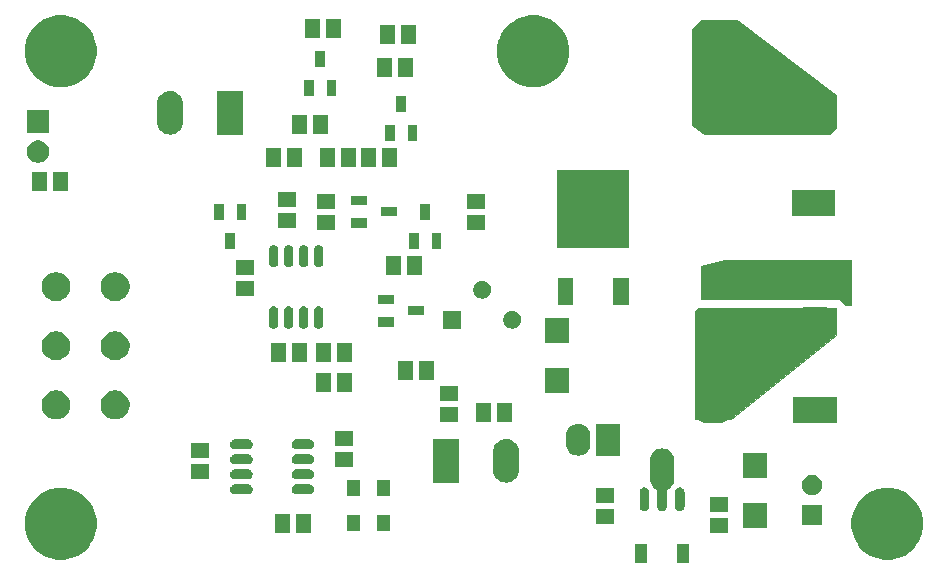
<source format=gbr>
%TF.GenerationSoftware,KiCad,Pcbnew,(6.0.0-rc1-dev-882-gdbc9130da)*%
%TF.CreationDate,2019-10-11T13:43:29+08:00*%
%TF.ProjectId,SoftDimmableLamp,536F667444696D6D61626C654C616D70,rev?*%
%TF.SameCoordinates,Original*%
%TF.FileFunction,Soldermask,Top*%
%TF.FilePolarity,Negative*%
%FSLAX46Y46*%
G04 Gerber Fmt 4.6, Leading zero omitted, Abs format (unit mm)*
G04 Created by KiCad (PCBNEW (6.0.0-rc1-dev-882-gdbc9130da)) date 2019/10/11 13:43:29*
%MOMM*%
%LPD*%
G01*
G04 APERTURE LIST*
%ADD10C,0.100000*%
%ADD11C,0.350000*%
G04 APERTURE END LIST*
D10*
G36*
X109220000Y-75946000D02*
X120904000Y-75946000D01*
X121412000Y-76454000D01*
X121920000Y-76454000D01*
X121920000Y-72644000D01*
X111252000Y-72644000D01*
X109220000Y-73152000D01*
X109220000Y-75946000D01*
G37*
X109220000Y-75946000D02*
X120904000Y-75946000D01*
X121412000Y-76454000D01*
X121920000Y-76454000D01*
X121920000Y-72644000D01*
X111252000Y-72644000D01*
X109220000Y-73152000D01*
X109220000Y-75946000D01*
G36*
X108458000Y-53086000D02*
X109220000Y-52324000D01*
X112268000Y-52324000D01*
X120650000Y-58674000D01*
X120650000Y-61468000D01*
X120142000Y-61976000D01*
X109474000Y-61976000D01*
X108458000Y-61214000D01*
X108458000Y-53086000D01*
G37*
X108458000Y-53086000D02*
X109220000Y-52324000D01*
X112268000Y-52324000D01*
X120650000Y-58674000D01*
X120650000Y-61468000D01*
X120142000Y-61976000D01*
X109474000Y-61976000D01*
X108458000Y-61214000D01*
X108458000Y-53086000D01*
G36*
X108712000Y-76962000D02*
X108712000Y-86106000D01*
X111760000Y-86106000D01*
X120650000Y-78994000D01*
X120650000Y-76708000D01*
X108966000Y-76708000D01*
X108712000Y-76962000D01*
G37*
X108712000Y-76962000D02*
X108712000Y-86106000D01*
X111760000Y-86106000D01*
X120650000Y-78994000D01*
X120650000Y-76708000D01*
X108966000Y-76708000D01*
X108712000Y-76962000D01*
D11*
G36*
X108169000Y-98337000D02*
X107167000Y-98337000D01*
X107167000Y-96735000D01*
X108169000Y-96735000D01*
X108169000Y-98337000D01*
X108169000Y-98337000D01*
G37*
G36*
X104669000Y-98337000D02*
X103667000Y-98337000D01*
X103667000Y-96735000D01*
X104669000Y-96735000D01*
X104669000Y-98337000D01*
X104669000Y-98337000D01*
G37*
G36*
X55889941Y-92066248D02*
X55889943Y-92066249D01*
X55889944Y-92066249D01*
X56445190Y-92296239D01*
X56740334Y-92493448D01*
X56944902Y-92630136D01*
X57369864Y-93055098D01*
X57369866Y-93055101D01*
X57703761Y-93554810D01*
X57845197Y-93896268D01*
X57933752Y-94110059D01*
X58051000Y-94699501D01*
X58051000Y-95300499D01*
X57944246Y-95837186D01*
X57933751Y-95889944D01*
X57703761Y-96445190D01*
X57608892Y-96587171D01*
X57369864Y-96944902D01*
X56944902Y-97369864D01*
X56944899Y-97369866D01*
X56445190Y-97703761D01*
X55889944Y-97933751D01*
X55889943Y-97933751D01*
X55889941Y-97933752D01*
X55300499Y-98051000D01*
X54699501Y-98051000D01*
X54110059Y-97933752D01*
X54110057Y-97933751D01*
X54110056Y-97933751D01*
X53554810Y-97703761D01*
X53055101Y-97369866D01*
X53055098Y-97369864D01*
X52630136Y-96944902D01*
X52391108Y-96587171D01*
X52296239Y-96445190D01*
X52066249Y-95889944D01*
X52055755Y-95837186D01*
X51949000Y-95300499D01*
X51949000Y-94699501D01*
X52066248Y-94110059D01*
X52154803Y-93896268D01*
X52296239Y-93554810D01*
X52630134Y-93055101D01*
X52630136Y-93055098D01*
X53055098Y-92630136D01*
X53259666Y-92493448D01*
X53554810Y-92296239D01*
X54110056Y-92066249D01*
X54110057Y-92066249D01*
X54110059Y-92066248D01*
X54699501Y-91949000D01*
X55300499Y-91949000D01*
X55889941Y-92066248D01*
X55889941Y-92066248D01*
G37*
G36*
X125889941Y-92066248D02*
X125889943Y-92066249D01*
X125889944Y-92066249D01*
X126445190Y-92296239D01*
X126740334Y-92493448D01*
X126944902Y-92630136D01*
X127369864Y-93055098D01*
X127369866Y-93055101D01*
X127703761Y-93554810D01*
X127845197Y-93896268D01*
X127933752Y-94110059D01*
X128051000Y-94699501D01*
X128051000Y-95300499D01*
X127944246Y-95837186D01*
X127933751Y-95889944D01*
X127703761Y-96445190D01*
X127608892Y-96587171D01*
X127369864Y-96944902D01*
X126944902Y-97369864D01*
X126944899Y-97369866D01*
X126445190Y-97703761D01*
X125889944Y-97933751D01*
X125889943Y-97933751D01*
X125889941Y-97933752D01*
X125300499Y-98051000D01*
X124699501Y-98051000D01*
X124110059Y-97933752D01*
X124110057Y-97933751D01*
X124110056Y-97933751D01*
X123554810Y-97703761D01*
X123055101Y-97369866D01*
X123055098Y-97369864D01*
X122630136Y-96944902D01*
X122391108Y-96587171D01*
X122296239Y-96445190D01*
X122066249Y-95889944D01*
X122055755Y-95837186D01*
X121949000Y-95300499D01*
X121949000Y-94699501D01*
X122066248Y-94110059D01*
X122154803Y-93896268D01*
X122296239Y-93554810D01*
X122630134Y-93055101D01*
X122630136Y-93055098D01*
X123055098Y-92630136D01*
X123259666Y-92493448D01*
X123554810Y-92296239D01*
X124110056Y-92066249D01*
X124110057Y-92066249D01*
X124110059Y-92066248D01*
X124699501Y-91949000D01*
X125300499Y-91949000D01*
X125889941Y-92066248D01*
X125889941Y-92066248D01*
G37*
G36*
X76197000Y-95782000D02*
X74935000Y-95782000D01*
X74935000Y-94210000D01*
X76197000Y-94210000D01*
X76197000Y-95782000D01*
X76197000Y-95782000D01*
G37*
G36*
X74417000Y-95782000D02*
X73155000Y-95782000D01*
X73155000Y-94210000D01*
X74417000Y-94210000D01*
X74417000Y-95782000D01*
X74417000Y-95782000D01*
G37*
G36*
X111530000Y-95755000D02*
X109958000Y-95755000D01*
X109958000Y-94493000D01*
X111530000Y-94493000D01*
X111530000Y-95755000D01*
X111530000Y-95755000D01*
G37*
G36*
X80307000Y-95623000D02*
X79205000Y-95623000D01*
X79205000Y-94271000D01*
X80307000Y-94271000D01*
X80307000Y-95623000D01*
X80307000Y-95623000D01*
G37*
G36*
X82847000Y-95623000D02*
X81745000Y-95623000D01*
X81745000Y-94271000D01*
X82847000Y-94271000D01*
X82847000Y-95623000D01*
X82847000Y-95623000D01*
G37*
G36*
X114843000Y-95353000D02*
X112741000Y-95353000D01*
X112741000Y-93251000D01*
X114843000Y-93251000D01*
X114843000Y-95353000D01*
X114843000Y-95353000D01*
G37*
G36*
X119469000Y-95085000D02*
X117767000Y-95085000D01*
X117767000Y-93383000D01*
X119469000Y-93383000D01*
X119469000Y-95085000D01*
X119469000Y-95085000D01*
G37*
G36*
X101878000Y-94993000D02*
X100306000Y-94993000D01*
X100306000Y-93731000D01*
X101878000Y-93731000D01*
X101878000Y-94993000D01*
X101878000Y-94993000D01*
G37*
G36*
X111530000Y-93975000D02*
X109958000Y-93975000D01*
X109958000Y-92713000D01*
X111530000Y-92713000D01*
X111530000Y-93975000D01*
X111530000Y-93975000D01*
G37*
G36*
X104496610Y-91928802D02*
X104547002Y-91944089D01*
X104572199Y-91951732D01*
X104641860Y-91988967D01*
X104702922Y-92039078D01*
X104753033Y-92100140D01*
X104790268Y-92169801D01*
X104792896Y-92178465D01*
X104813198Y-92245390D01*
X104819000Y-92304302D01*
X104819000Y-93543698D01*
X104813198Y-93602610D01*
X104797911Y-93653002D01*
X104790268Y-93678199D01*
X104753033Y-93747860D01*
X104702922Y-93808922D01*
X104641859Y-93859035D01*
X104572201Y-93896267D01*
X104552529Y-93902234D01*
X104496609Y-93919198D01*
X104418000Y-93926940D01*
X104339390Y-93919198D01*
X104288998Y-93903911D01*
X104263801Y-93896268D01*
X104194140Y-93859033D01*
X104133078Y-93808922D01*
X104082965Y-93747859D01*
X104045733Y-93678201D01*
X104039766Y-93658529D01*
X104022802Y-93602609D01*
X104017000Y-93543697D01*
X104017001Y-92304302D01*
X104022803Y-92245390D01*
X104043105Y-92178465D01*
X104045733Y-92169801D01*
X104082968Y-92100140D01*
X104133079Y-92039078D01*
X104194141Y-91988967D01*
X104263802Y-91951732D01*
X104288999Y-91944089D01*
X104339391Y-91928802D01*
X104418000Y-91921060D01*
X104496610Y-91928802D01*
X104496610Y-91928802D01*
G37*
G36*
X107496610Y-91928802D02*
X107547002Y-91944089D01*
X107572199Y-91951732D01*
X107641860Y-91988967D01*
X107702922Y-92039078D01*
X107753033Y-92100140D01*
X107790268Y-92169801D01*
X107792896Y-92178465D01*
X107813198Y-92245390D01*
X107819000Y-92304302D01*
X107819000Y-93543698D01*
X107813198Y-93602610D01*
X107797911Y-93653002D01*
X107790268Y-93678199D01*
X107753033Y-93747860D01*
X107702922Y-93808922D01*
X107641859Y-93859035D01*
X107572201Y-93896267D01*
X107552529Y-93902234D01*
X107496609Y-93919198D01*
X107418000Y-93926940D01*
X107339390Y-93919198D01*
X107288998Y-93903911D01*
X107263801Y-93896268D01*
X107194140Y-93859033D01*
X107133078Y-93808922D01*
X107082965Y-93747859D01*
X107045733Y-93678201D01*
X107039766Y-93658529D01*
X107022802Y-93602609D01*
X107017000Y-93543697D01*
X107017001Y-92304302D01*
X107022803Y-92245390D01*
X107043105Y-92178465D01*
X107045733Y-92169801D01*
X107082968Y-92100140D01*
X107133079Y-92039078D01*
X107194141Y-91988967D01*
X107263802Y-91951732D01*
X107288999Y-91944089D01*
X107339391Y-91928802D01*
X107418000Y-91921060D01*
X107496610Y-91928802D01*
X107496610Y-91928802D01*
G37*
G36*
X106124032Y-88638207D02*
X106322146Y-88698305D01*
X106504729Y-88795897D01*
X106664765Y-88927235D01*
X106796103Y-89087271D01*
X106893695Y-89269854D01*
X106953793Y-89467968D01*
X106969000Y-89622370D01*
X106969000Y-91225630D01*
X106953793Y-91380032D01*
X106893695Y-91578146D01*
X106796103Y-91760729D01*
X106796101Y-91760731D01*
X106664768Y-91920762D01*
X106664766Y-91920763D01*
X106664765Y-91920765D01*
X106504729Y-92052103D01*
X106416371Y-92099331D01*
X106385075Y-92116059D01*
X106364701Y-92129673D01*
X106347373Y-92147000D01*
X106333760Y-92167375D01*
X106324382Y-92190014D01*
X106319000Y-92226299D01*
X106319000Y-93543698D01*
X106313198Y-93602610D01*
X106297911Y-93653002D01*
X106290268Y-93678199D01*
X106253033Y-93747860D01*
X106202922Y-93808922D01*
X106141859Y-93859035D01*
X106072201Y-93896267D01*
X106052529Y-93902234D01*
X105996609Y-93919198D01*
X105918000Y-93926940D01*
X105839390Y-93919198D01*
X105788998Y-93903911D01*
X105763801Y-93896268D01*
X105694140Y-93859033D01*
X105633078Y-93808922D01*
X105582965Y-93747859D01*
X105545733Y-93678201D01*
X105539766Y-93658529D01*
X105522802Y-93602609D01*
X105517000Y-93543697D01*
X105517001Y-92226299D01*
X105514599Y-92201914D01*
X105507486Y-92178465D01*
X105495935Y-92156854D01*
X105480389Y-92137912D01*
X105450926Y-92116060D01*
X105374109Y-92075000D01*
X105331271Y-92052103D01*
X105171594Y-91921060D01*
X105171238Y-91920768D01*
X105171237Y-91920766D01*
X105171235Y-91920765D01*
X105039897Y-91760729D01*
X104942305Y-91578145D01*
X104882207Y-91380031D01*
X104867000Y-91225629D01*
X104867000Y-89622370D01*
X104867863Y-89613608D01*
X104882207Y-89467967D01*
X104942305Y-89269856D01*
X104942307Y-89269852D01*
X105039898Y-89087271D01*
X105171236Y-88927235D01*
X105331272Y-88795897D01*
X105513855Y-88698305D01*
X105711969Y-88638207D01*
X105918000Y-88617915D01*
X106124032Y-88638207D01*
X106124032Y-88638207D01*
G37*
G36*
X101878000Y-93213000D02*
X100306000Y-93213000D01*
X100306000Y-91951000D01*
X101878000Y-91951000D01*
X101878000Y-93213000D01*
X101878000Y-93213000D01*
G37*
G36*
X82847000Y-92673000D02*
X81745000Y-92673000D01*
X81745000Y-91321000D01*
X82847000Y-91321000D01*
X82847000Y-92673000D01*
X82847000Y-92673000D01*
G37*
G36*
X80307000Y-92673000D02*
X79205000Y-92673000D01*
X79205000Y-91321000D01*
X80307000Y-91321000D01*
X80307000Y-92673000D01*
X80307000Y-92673000D01*
G37*
G36*
X118866228Y-90915703D02*
X119021100Y-90979853D01*
X119160481Y-91072985D01*
X119279015Y-91191519D01*
X119372147Y-91330900D01*
X119436297Y-91485772D01*
X119469000Y-91650184D01*
X119469000Y-91817816D01*
X119436297Y-91982228D01*
X119372147Y-92137100D01*
X119279015Y-92276481D01*
X119160481Y-92395015D01*
X119021100Y-92488147D01*
X118866228Y-92552297D01*
X118701816Y-92585000D01*
X118534184Y-92585000D01*
X118369772Y-92552297D01*
X118214900Y-92488147D01*
X118075519Y-92395015D01*
X117956985Y-92276481D01*
X117863853Y-92137100D01*
X117799703Y-91982228D01*
X117767000Y-91817816D01*
X117767000Y-91650184D01*
X117799703Y-91485772D01*
X117863853Y-91330900D01*
X117956985Y-91191519D01*
X118075519Y-91072985D01*
X118214900Y-90979853D01*
X118369772Y-90915703D01*
X118534184Y-90883000D01*
X118701816Y-90883000D01*
X118866228Y-90915703D01*
X118866228Y-90915703D01*
G37*
G36*
X70887335Y-91675934D02*
X70926610Y-91679802D01*
X70977002Y-91695089D01*
X71002199Y-91702732D01*
X71071860Y-91739967D01*
X71132922Y-91790078D01*
X71183033Y-91851140D01*
X71220268Y-91920801D01*
X71222695Y-91928802D01*
X71243198Y-91996390D01*
X71250940Y-92075000D01*
X71243198Y-92153610D01*
X71231755Y-92191332D01*
X71220268Y-92229199D01*
X71183033Y-92298860D01*
X71132922Y-92359922D01*
X71071860Y-92410033D01*
X71002199Y-92447268D01*
X70977002Y-92454911D01*
X70926610Y-92470198D01*
X70887335Y-92474066D01*
X70867699Y-92476000D01*
X69728301Y-92476000D01*
X69708665Y-92474066D01*
X69669390Y-92470198D01*
X69618998Y-92454911D01*
X69593801Y-92447268D01*
X69524140Y-92410033D01*
X69463078Y-92359922D01*
X69412967Y-92298860D01*
X69375732Y-92229199D01*
X69364245Y-92191332D01*
X69352802Y-92153610D01*
X69345060Y-92075000D01*
X69352802Y-91996390D01*
X69373305Y-91928802D01*
X69375732Y-91920801D01*
X69412967Y-91851140D01*
X69463078Y-91790078D01*
X69524140Y-91739967D01*
X69593801Y-91702732D01*
X69618998Y-91695089D01*
X69669390Y-91679802D01*
X69708665Y-91675934D01*
X69728301Y-91674000D01*
X70867699Y-91674000D01*
X70887335Y-91675934D01*
X70887335Y-91675934D01*
G37*
G36*
X76087335Y-91675934D02*
X76126610Y-91679802D01*
X76177002Y-91695089D01*
X76202199Y-91702732D01*
X76271860Y-91739967D01*
X76332922Y-91790078D01*
X76383033Y-91851140D01*
X76420268Y-91920801D01*
X76422695Y-91928802D01*
X76443198Y-91996390D01*
X76450940Y-92075000D01*
X76443198Y-92153610D01*
X76431755Y-92191332D01*
X76420268Y-92229199D01*
X76383033Y-92298860D01*
X76332922Y-92359922D01*
X76271860Y-92410033D01*
X76202199Y-92447268D01*
X76177002Y-92454911D01*
X76126610Y-92470198D01*
X76087335Y-92474066D01*
X76067699Y-92476000D01*
X74928301Y-92476000D01*
X74908665Y-92474066D01*
X74869390Y-92470198D01*
X74818998Y-92454911D01*
X74793801Y-92447268D01*
X74724140Y-92410033D01*
X74663078Y-92359922D01*
X74612967Y-92298860D01*
X74575732Y-92229199D01*
X74564245Y-92191332D01*
X74552802Y-92153610D01*
X74545060Y-92075000D01*
X74552802Y-91996390D01*
X74573305Y-91928802D01*
X74575732Y-91920801D01*
X74612967Y-91851140D01*
X74663078Y-91790078D01*
X74724140Y-91739967D01*
X74793801Y-91702732D01*
X74818998Y-91695089D01*
X74869390Y-91679802D01*
X74908665Y-91675934D01*
X74928301Y-91674000D01*
X76067699Y-91674000D01*
X76087335Y-91675934D01*
X76087335Y-91675934D01*
G37*
G36*
X92923869Y-87826786D02*
X92923872Y-87826787D01*
X93129526Y-87889171D01*
X93129528Y-87889172D01*
X93129531Y-87889173D01*
X93319059Y-87990477D01*
X93485186Y-88126814D01*
X93621523Y-88292940D01*
X93722827Y-88482468D01*
X93722827Y-88482469D01*
X93722829Y-88482473D01*
X93769785Y-88637268D01*
X93785214Y-88688130D01*
X93801000Y-88848408D01*
X93801000Y-90475592D01*
X93785214Y-90635870D01*
X93785213Y-90635873D01*
X93757755Y-90726392D01*
X93722827Y-90841532D01*
X93621523Y-91031060D01*
X93485186Y-91197186D01*
X93319060Y-91333523D01*
X93129532Y-91434827D01*
X93129529Y-91434828D01*
X93129527Y-91434829D01*
X92961589Y-91485772D01*
X92923870Y-91497214D01*
X92710000Y-91518278D01*
X92496131Y-91497214D01*
X92458412Y-91485772D01*
X92290474Y-91434829D01*
X92290472Y-91434828D01*
X92290469Y-91434827D01*
X92100941Y-91333523D01*
X91934815Y-91197186D01*
X91798478Y-91031060D01*
X91697171Y-90841527D01*
X91634786Y-90635875D01*
X91619000Y-90475592D01*
X91619000Y-88848409D01*
X91634786Y-88688131D01*
X91661510Y-88600033D01*
X91697171Y-88482474D01*
X91697172Y-88482472D01*
X91697173Y-88482469D01*
X91798477Y-88292941D01*
X91934814Y-88126814D01*
X92100940Y-87990477D01*
X92290468Y-87889173D01*
X92290471Y-87889172D01*
X92290473Y-87889171D01*
X92496127Y-87826787D01*
X92496130Y-87826786D01*
X92710000Y-87805722D01*
X92923869Y-87826786D01*
X92923869Y-87826786D01*
G37*
G36*
X88721000Y-91513000D02*
X86539000Y-91513000D01*
X86539000Y-87811000D01*
X88721000Y-87811000D01*
X88721000Y-91513000D01*
X88721000Y-91513000D01*
G37*
G36*
X70887335Y-90405934D02*
X70926610Y-90409802D01*
X70977002Y-90425089D01*
X71002199Y-90432732D01*
X71071860Y-90469967D01*
X71132922Y-90520078D01*
X71183033Y-90581140D01*
X71220268Y-90650801D01*
X71220268Y-90650802D01*
X71243198Y-90726390D01*
X71250940Y-90805000D01*
X71243198Y-90883610D01*
X71233462Y-90915703D01*
X71220268Y-90959199D01*
X71183033Y-91028860D01*
X71132922Y-91089922D01*
X71071860Y-91140033D01*
X71002199Y-91177268D01*
X70983303Y-91183000D01*
X70926610Y-91200198D01*
X70887335Y-91204066D01*
X70867699Y-91206000D01*
X69728301Y-91206000D01*
X69708665Y-91204066D01*
X69669390Y-91200198D01*
X69612697Y-91183000D01*
X69593801Y-91177268D01*
X69524140Y-91140033D01*
X69463078Y-91089922D01*
X69412967Y-91028860D01*
X69375732Y-90959199D01*
X69362538Y-90915703D01*
X69352802Y-90883610D01*
X69345060Y-90805000D01*
X69352802Y-90726390D01*
X69375732Y-90650802D01*
X69375732Y-90650801D01*
X69412967Y-90581140D01*
X69463078Y-90520078D01*
X69524140Y-90469967D01*
X69593801Y-90432732D01*
X69618998Y-90425089D01*
X69669390Y-90409802D01*
X69708665Y-90405934D01*
X69728301Y-90404000D01*
X70867699Y-90404000D01*
X70887335Y-90405934D01*
X70887335Y-90405934D01*
G37*
G36*
X76087335Y-90405934D02*
X76126610Y-90409802D01*
X76177002Y-90425089D01*
X76202199Y-90432732D01*
X76271860Y-90469967D01*
X76332922Y-90520078D01*
X76383033Y-90581140D01*
X76420268Y-90650801D01*
X76420268Y-90650802D01*
X76443198Y-90726390D01*
X76450940Y-90805000D01*
X76443198Y-90883610D01*
X76433462Y-90915703D01*
X76420268Y-90959199D01*
X76383033Y-91028860D01*
X76332922Y-91089922D01*
X76271860Y-91140033D01*
X76202199Y-91177268D01*
X76183303Y-91183000D01*
X76126610Y-91200198D01*
X76087335Y-91204066D01*
X76067699Y-91206000D01*
X74928301Y-91206000D01*
X74908665Y-91204066D01*
X74869390Y-91200198D01*
X74812697Y-91183000D01*
X74793801Y-91177268D01*
X74724140Y-91140033D01*
X74663078Y-91089922D01*
X74612967Y-91028860D01*
X74575732Y-90959199D01*
X74562538Y-90915703D01*
X74552802Y-90883610D01*
X74545060Y-90805000D01*
X74552802Y-90726390D01*
X74575732Y-90650802D01*
X74575732Y-90650801D01*
X74612967Y-90581140D01*
X74663078Y-90520078D01*
X74724140Y-90469967D01*
X74793801Y-90432732D01*
X74818998Y-90425089D01*
X74869390Y-90409802D01*
X74908665Y-90405934D01*
X74928301Y-90404000D01*
X76067699Y-90404000D01*
X76087335Y-90405934D01*
X76087335Y-90405934D01*
G37*
G36*
X67588000Y-91183000D02*
X66016000Y-91183000D01*
X66016000Y-89921000D01*
X67588000Y-89921000D01*
X67588000Y-91183000D01*
X67588000Y-91183000D01*
G37*
G36*
X114843000Y-91153000D02*
X112741000Y-91153000D01*
X112741000Y-89051000D01*
X114843000Y-89051000D01*
X114843000Y-91153000D01*
X114843000Y-91153000D01*
G37*
G36*
X79780000Y-90167000D02*
X78208000Y-90167000D01*
X78208000Y-88905000D01*
X79780000Y-88905000D01*
X79780000Y-90167000D01*
X79780000Y-90167000D01*
G37*
G36*
X76087335Y-89135934D02*
X76126610Y-89139802D01*
X76177002Y-89155089D01*
X76202199Y-89162732D01*
X76271860Y-89199967D01*
X76332922Y-89250078D01*
X76383033Y-89311140D01*
X76420268Y-89380801D01*
X76420268Y-89380802D01*
X76443198Y-89456390D01*
X76450940Y-89535000D01*
X76443198Y-89613610D01*
X76427911Y-89664002D01*
X76420268Y-89689199D01*
X76383033Y-89758860D01*
X76332922Y-89819922D01*
X76271860Y-89870033D01*
X76202199Y-89907268D01*
X76177002Y-89914911D01*
X76126610Y-89930198D01*
X76087335Y-89934066D01*
X76067699Y-89936000D01*
X74928301Y-89936000D01*
X74908665Y-89934066D01*
X74869390Y-89930198D01*
X74818998Y-89914911D01*
X74793801Y-89907268D01*
X74724140Y-89870033D01*
X74663078Y-89819922D01*
X74612967Y-89758860D01*
X74575732Y-89689199D01*
X74568089Y-89664002D01*
X74552802Y-89613610D01*
X74545060Y-89535000D01*
X74552802Y-89456390D01*
X74575732Y-89380802D01*
X74575732Y-89380801D01*
X74612967Y-89311140D01*
X74663078Y-89250078D01*
X74724140Y-89199967D01*
X74793801Y-89162732D01*
X74818998Y-89155089D01*
X74869390Y-89139802D01*
X74908665Y-89135934D01*
X74928301Y-89134000D01*
X76067699Y-89134000D01*
X76087335Y-89135934D01*
X76087335Y-89135934D01*
G37*
G36*
X70887335Y-89135934D02*
X70926610Y-89139802D01*
X70977002Y-89155089D01*
X71002199Y-89162732D01*
X71071860Y-89199967D01*
X71132922Y-89250078D01*
X71183033Y-89311140D01*
X71220268Y-89380801D01*
X71220268Y-89380802D01*
X71243198Y-89456390D01*
X71250940Y-89535000D01*
X71243198Y-89613610D01*
X71227911Y-89664002D01*
X71220268Y-89689199D01*
X71183033Y-89758860D01*
X71132922Y-89819922D01*
X71071860Y-89870033D01*
X71002199Y-89907268D01*
X70977002Y-89914911D01*
X70926610Y-89930198D01*
X70887335Y-89934066D01*
X70867699Y-89936000D01*
X69728301Y-89936000D01*
X69708665Y-89934066D01*
X69669390Y-89930198D01*
X69618998Y-89914911D01*
X69593801Y-89907268D01*
X69524140Y-89870033D01*
X69463078Y-89819922D01*
X69412967Y-89758860D01*
X69375732Y-89689199D01*
X69368089Y-89664002D01*
X69352802Y-89613610D01*
X69345060Y-89535000D01*
X69352802Y-89456390D01*
X69375732Y-89380802D01*
X69375732Y-89380801D01*
X69412967Y-89311140D01*
X69463078Y-89250078D01*
X69524140Y-89199967D01*
X69593801Y-89162732D01*
X69618998Y-89155089D01*
X69669390Y-89139802D01*
X69708665Y-89135934D01*
X69728301Y-89134000D01*
X70867699Y-89134000D01*
X70887335Y-89135934D01*
X70887335Y-89135934D01*
G37*
G36*
X67588000Y-89403000D02*
X66016000Y-89403000D01*
X66016000Y-88141000D01*
X67588000Y-88141000D01*
X67588000Y-89403000D01*
X67588000Y-89403000D01*
G37*
G36*
X99012032Y-86548207D02*
X99210146Y-86608305D01*
X99392729Y-86705897D01*
X99552765Y-86837235D01*
X99684103Y-86997271D01*
X99729531Y-87082261D01*
X99781695Y-87179853D01*
X99811744Y-87278912D01*
X99841793Y-87377969D01*
X99857000Y-87532371D01*
X99857000Y-88235630D01*
X99841793Y-88390032D01*
X99781695Y-88588146D01*
X99684103Y-88770729D01*
X99631568Y-88834743D01*
X99552768Y-88930762D01*
X99552766Y-88930763D01*
X99552765Y-88930765D01*
X99392729Y-89062103D01*
X99210145Y-89159695D01*
X99012031Y-89219793D01*
X98806000Y-89240085D01*
X98599968Y-89219793D01*
X98401854Y-89159695D01*
X98219271Y-89062103D01*
X98155257Y-89009568D01*
X98059238Y-88930768D01*
X98059237Y-88930766D01*
X98059235Y-88930765D01*
X97927897Y-88770729D01*
X97830305Y-88588145D01*
X97770207Y-88390031D01*
X97755000Y-88235629D01*
X97755000Y-87532370D01*
X97770207Y-87377968D01*
X97810273Y-87245892D01*
X97830306Y-87179852D01*
X97927899Y-86997269D01*
X98059236Y-86837235D01*
X98219270Y-86705899D01*
X98219272Y-86705897D01*
X98401855Y-86608305D01*
X98599969Y-86548207D01*
X98806000Y-86527915D01*
X99012032Y-86548207D01*
X99012032Y-86548207D01*
G37*
G36*
X102397000Y-89235000D02*
X100295000Y-89235000D01*
X100295000Y-86533000D01*
X102397000Y-86533000D01*
X102397000Y-89235000D01*
X102397000Y-89235000D01*
G37*
G36*
X76087335Y-87865934D02*
X76126610Y-87869802D01*
X76177002Y-87885089D01*
X76202199Y-87892732D01*
X76271860Y-87929967D01*
X76332922Y-87980078D01*
X76383033Y-88041140D01*
X76420268Y-88110801D01*
X76420268Y-88110802D01*
X76443198Y-88186390D01*
X76450940Y-88265000D01*
X76443198Y-88343610D01*
X76430035Y-88387000D01*
X76420268Y-88419199D01*
X76383033Y-88488860D01*
X76332922Y-88549922D01*
X76271860Y-88600033D01*
X76202199Y-88637268D01*
X76199103Y-88638207D01*
X76126610Y-88660198D01*
X76087335Y-88664066D01*
X76067699Y-88666000D01*
X74928301Y-88666000D01*
X74908665Y-88664066D01*
X74869390Y-88660198D01*
X74796897Y-88638207D01*
X74793801Y-88637268D01*
X74724140Y-88600033D01*
X74663078Y-88549922D01*
X74612967Y-88488860D01*
X74575732Y-88419199D01*
X74565965Y-88387000D01*
X74552802Y-88343610D01*
X74545060Y-88265000D01*
X74552802Y-88186390D01*
X74575732Y-88110802D01*
X74575732Y-88110801D01*
X74612967Y-88041140D01*
X74663078Y-87980078D01*
X74724140Y-87929967D01*
X74793801Y-87892732D01*
X74818998Y-87885089D01*
X74869390Y-87869802D01*
X74908665Y-87865934D01*
X74928301Y-87864000D01*
X76067699Y-87864000D01*
X76087335Y-87865934D01*
X76087335Y-87865934D01*
G37*
G36*
X70887335Y-87865934D02*
X70926610Y-87869802D01*
X70977002Y-87885089D01*
X71002199Y-87892732D01*
X71071860Y-87929967D01*
X71132922Y-87980078D01*
X71183033Y-88041140D01*
X71220268Y-88110801D01*
X71220268Y-88110802D01*
X71243198Y-88186390D01*
X71250940Y-88265000D01*
X71243198Y-88343610D01*
X71230035Y-88387000D01*
X71220268Y-88419199D01*
X71183033Y-88488860D01*
X71132922Y-88549922D01*
X71071860Y-88600033D01*
X71002199Y-88637268D01*
X70999103Y-88638207D01*
X70926610Y-88660198D01*
X70887335Y-88664066D01*
X70867699Y-88666000D01*
X69728301Y-88666000D01*
X69708665Y-88664066D01*
X69669390Y-88660198D01*
X69596897Y-88638207D01*
X69593801Y-88637268D01*
X69524140Y-88600033D01*
X69463078Y-88549922D01*
X69412967Y-88488860D01*
X69375732Y-88419199D01*
X69365965Y-88387000D01*
X69352802Y-88343610D01*
X69345060Y-88265000D01*
X69352802Y-88186390D01*
X69375732Y-88110802D01*
X69375732Y-88110801D01*
X69412967Y-88041140D01*
X69463078Y-87980078D01*
X69524140Y-87929967D01*
X69593801Y-87892732D01*
X69618998Y-87885089D01*
X69669390Y-87869802D01*
X69708665Y-87865934D01*
X69728301Y-87864000D01*
X70867699Y-87864000D01*
X70887335Y-87865934D01*
X70887335Y-87865934D01*
G37*
G36*
X79780000Y-88387000D02*
X78208000Y-88387000D01*
X78208000Y-87125000D01*
X79780000Y-87125000D01*
X79780000Y-88387000D01*
X79780000Y-88387000D01*
G37*
G36*
X110814435Y-84351640D02*
X110942032Y-84364207D01*
X111140146Y-84424305D01*
X111322729Y-84521897D01*
X111482765Y-84653235D01*
X111614103Y-84813271D01*
X111711695Y-84995854D01*
X111771793Y-85193968D01*
X111792085Y-85400000D01*
X111771793Y-85606032D01*
X111711695Y-85804146D01*
X111614103Y-85986729D01*
X111482765Y-86146765D01*
X111322729Y-86278103D01*
X111140146Y-86375695D01*
X110942032Y-86435793D01*
X110818510Y-86447959D01*
X110787631Y-86451000D01*
X109684369Y-86451000D01*
X109653490Y-86447959D01*
X109529968Y-86435793D01*
X109331854Y-86375695D01*
X109149271Y-86278103D01*
X108989235Y-86146765D01*
X108857897Y-85986729D01*
X108760305Y-85804146D01*
X108700207Y-85606032D01*
X108679915Y-85400000D01*
X108700207Y-85193968D01*
X108760305Y-84995854D01*
X108857897Y-84813271D01*
X108989235Y-84653235D01*
X109149271Y-84521897D01*
X109331854Y-84424305D01*
X109529968Y-84364207D01*
X109657565Y-84351640D01*
X109684369Y-84349000D01*
X110787631Y-84349000D01*
X110814435Y-84351640D01*
X110814435Y-84351640D01*
G37*
G36*
X120723000Y-86445000D02*
X117021000Y-86445000D01*
X117021000Y-84243000D01*
X120723000Y-84243000D01*
X120723000Y-86445000D01*
X120723000Y-86445000D01*
G37*
G36*
X93215000Y-86384000D02*
X91953000Y-86384000D01*
X91953000Y-84812000D01*
X93215000Y-84812000D01*
X93215000Y-86384000D01*
X93215000Y-86384000D01*
G37*
G36*
X91435000Y-86384000D02*
X90173000Y-86384000D01*
X90173000Y-84812000D01*
X91435000Y-84812000D01*
X91435000Y-86384000D01*
X91435000Y-86384000D01*
G37*
G36*
X88670000Y-86357000D02*
X87098000Y-86357000D01*
X87098000Y-85095000D01*
X88670000Y-85095000D01*
X88670000Y-86357000D01*
X88670000Y-86357000D01*
G37*
G36*
X59848205Y-83732461D02*
X59966153Y-83755922D01*
X60058194Y-83794047D01*
X60188359Y-83847963D01*
X60388345Y-83981589D01*
X60558411Y-84151655D01*
X60692037Y-84351641D01*
X60784078Y-84573848D01*
X60831000Y-84809741D01*
X60831000Y-85050259D01*
X60784078Y-85286152D01*
X60692037Y-85508359D01*
X60558411Y-85708345D01*
X60388345Y-85878411D01*
X60188359Y-86012037D01*
X60058194Y-86065953D01*
X59966153Y-86104078D01*
X59848205Y-86127539D01*
X59730259Y-86151000D01*
X59489741Y-86151000D01*
X59371795Y-86127539D01*
X59253847Y-86104078D01*
X59161806Y-86065953D01*
X59031641Y-86012037D01*
X58831655Y-85878411D01*
X58661589Y-85708345D01*
X58527963Y-85508359D01*
X58435922Y-85286152D01*
X58389000Y-85050259D01*
X58389000Y-84809741D01*
X58435922Y-84573848D01*
X58527963Y-84351641D01*
X58661589Y-84151655D01*
X58831655Y-83981589D01*
X59031641Y-83847963D01*
X59161806Y-83794047D01*
X59253847Y-83755922D01*
X59371795Y-83732461D01*
X59489741Y-83709000D01*
X59730259Y-83709000D01*
X59848205Y-83732461D01*
X59848205Y-83732461D01*
G37*
G36*
X54848205Y-83732461D02*
X54966153Y-83755922D01*
X55058194Y-83794047D01*
X55188359Y-83847963D01*
X55388345Y-83981589D01*
X55558411Y-84151655D01*
X55692037Y-84351641D01*
X55784078Y-84573848D01*
X55831000Y-84809741D01*
X55831000Y-85050259D01*
X55784078Y-85286152D01*
X55692037Y-85508359D01*
X55558411Y-85708345D01*
X55388345Y-85878411D01*
X55188359Y-86012037D01*
X55058194Y-86065953D01*
X54966153Y-86104078D01*
X54848205Y-86127539D01*
X54730259Y-86151000D01*
X54489741Y-86151000D01*
X54371795Y-86127539D01*
X54253847Y-86104078D01*
X54161806Y-86065953D01*
X54031641Y-86012037D01*
X53831655Y-85878411D01*
X53661589Y-85708345D01*
X53527963Y-85508359D01*
X53435922Y-85286152D01*
X53389000Y-85050259D01*
X53389000Y-84809741D01*
X53435922Y-84573848D01*
X53527963Y-84351641D01*
X53661589Y-84151655D01*
X53831655Y-83981589D01*
X54031641Y-83847963D01*
X54161806Y-83794047D01*
X54253847Y-83755922D01*
X54371795Y-83732461D01*
X54489741Y-83709000D01*
X54730259Y-83709000D01*
X54848205Y-83732461D01*
X54848205Y-83732461D01*
G37*
G36*
X88670000Y-84577000D02*
X87098000Y-84577000D01*
X87098000Y-83315000D01*
X88670000Y-83315000D01*
X88670000Y-84577000D01*
X88670000Y-84577000D01*
G37*
G36*
X98079000Y-83923000D02*
X95977000Y-83923000D01*
X95977000Y-81821000D01*
X98079000Y-81821000D01*
X98079000Y-83923000D01*
X98079000Y-83923000D01*
G37*
G36*
X77845000Y-83844000D02*
X76583000Y-83844000D01*
X76583000Y-82272000D01*
X77845000Y-82272000D01*
X77845000Y-83844000D01*
X77845000Y-83844000D01*
G37*
G36*
X79625000Y-83844000D02*
X78363000Y-83844000D01*
X78363000Y-82272000D01*
X79625000Y-82272000D01*
X79625000Y-83844000D01*
X79625000Y-83844000D01*
G37*
G36*
X84831000Y-82828000D02*
X83569000Y-82828000D01*
X83569000Y-81256000D01*
X84831000Y-81256000D01*
X84831000Y-82828000D01*
X84831000Y-82828000D01*
G37*
G36*
X86611000Y-82828000D02*
X85349000Y-82828000D01*
X85349000Y-81256000D01*
X86611000Y-81256000D01*
X86611000Y-82828000D01*
X86611000Y-82828000D01*
G37*
G36*
X75815000Y-81304000D02*
X74553000Y-81304000D01*
X74553000Y-79732000D01*
X75815000Y-79732000D01*
X75815000Y-81304000D01*
X75815000Y-81304000D01*
G37*
G36*
X79627000Y-81304000D02*
X78365000Y-81304000D01*
X78365000Y-79732000D01*
X79627000Y-79732000D01*
X79627000Y-81304000D01*
X79627000Y-81304000D01*
G37*
G36*
X77847000Y-81304000D02*
X76585000Y-81304000D01*
X76585000Y-79732000D01*
X77847000Y-79732000D01*
X77847000Y-81304000D01*
X77847000Y-81304000D01*
G37*
G36*
X74035000Y-81304000D02*
X72773000Y-81304000D01*
X72773000Y-79732000D01*
X74035000Y-79732000D01*
X74035000Y-81304000D01*
X74035000Y-81304000D01*
G37*
G36*
X59848205Y-78732461D02*
X59966153Y-78755922D01*
X60019697Y-78778101D01*
X60188359Y-78847963D01*
X60388345Y-78981589D01*
X60558411Y-79151655D01*
X60692037Y-79351641D01*
X60784078Y-79573848D01*
X60831000Y-79809741D01*
X60831000Y-80050259D01*
X60784078Y-80286152D01*
X60692037Y-80508359D01*
X60558411Y-80708345D01*
X60388345Y-80878411D01*
X60188359Y-81012037D01*
X60058194Y-81065953D01*
X59966153Y-81104078D01*
X59848205Y-81127539D01*
X59730259Y-81151000D01*
X59489741Y-81151000D01*
X59371795Y-81127539D01*
X59253847Y-81104078D01*
X59161806Y-81065953D01*
X59031641Y-81012037D01*
X58831655Y-80878411D01*
X58661589Y-80708345D01*
X58527963Y-80508359D01*
X58435922Y-80286152D01*
X58389000Y-80050259D01*
X58389000Y-79809741D01*
X58435922Y-79573848D01*
X58527963Y-79351641D01*
X58661589Y-79151655D01*
X58831655Y-78981589D01*
X59031641Y-78847963D01*
X59200303Y-78778101D01*
X59253847Y-78755922D01*
X59371795Y-78732461D01*
X59489741Y-78709000D01*
X59730259Y-78709000D01*
X59848205Y-78732461D01*
X59848205Y-78732461D01*
G37*
G36*
X54848205Y-78732461D02*
X54966153Y-78755922D01*
X55019697Y-78778101D01*
X55188359Y-78847963D01*
X55388345Y-78981589D01*
X55558411Y-79151655D01*
X55692037Y-79351641D01*
X55784078Y-79573848D01*
X55831000Y-79809741D01*
X55831000Y-80050259D01*
X55784078Y-80286152D01*
X55692037Y-80508359D01*
X55558411Y-80708345D01*
X55388345Y-80878411D01*
X55188359Y-81012037D01*
X55058194Y-81065953D01*
X54966153Y-81104078D01*
X54848205Y-81127539D01*
X54730259Y-81151000D01*
X54489741Y-81151000D01*
X54371795Y-81127539D01*
X54253847Y-81104078D01*
X54161806Y-81065953D01*
X54031641Y-81012037D01*
X53831655Y-80878411D01*
X53661589Y-80708345D01*
X53527963Y-80508359D01*
X53435922Y-80286152D01*
X53389000Y-80050259D01*
X53389000Y-79809741D01*
X53435922Y-79573848D01*
X53527963Y-79351641D01*
X53661589Y-79151655D01*
X53831655Y-78981589D01*
X54031641Y-78847963D01*
X54200303Y-78778101D01*
X54253847Y-78755922D01*
X54371795Y-78732461D01*
X54489741Y-78709000D01*
X54730259Y-78709000D01*
X54848205Y-78732461D01*
X54848205Y-78732461D01*
G37*
G36*
X98079000Y-79723000D02*
X95977000Y-79723000D01*
X95977000Y-77621000D01*
X98079000Y-77621000D01*
X98079000Y-79723000D01*
X98079000Y-79723000D01*
G37*
G36*
X110818510Y-76852041D02*
X110942032Y-76864207D01*
X111140146Y-76924305D01*
X111322729Y-77021897D01*
X111482765Y-77153235D01*
X111614103Y-77313271D01*
X111711695Y-77495854D01*
X111771793Y-77693968D01*
X111792085Y-77900000D01*
X111771793Y-78106032D01*
X111711695Y-78304146D01*
X111614103Y-78486729D01*
X111482765Y-78646765D01*
X111322729Y-78778103D01*
X111140146Y-78875695D01*
X110942032Y-78935793D01*
X110818510Y-78947959D01*
X110787631Y-78951000D01*
X109684369Y-78951000D01*
X109653490Y-78947959D01*
X109529968Y-78935793D01*
X109331854Y-78875695D01*
X109149271Y-78778103D01*
X108989235Y-78646765D01*
X108857897Y-78486729D01*
X108760305Y-78304146D01*
X108700207Y-78106032D01*
X108679915Y-77900000D01*
X108700207Y-77693968D01*
X108760305Y-77495854D01*
X108857897Y-77313271D01*
X108989235Y-77153235D01*
X109149271Y-77021897D01*
X109331854Y-76924305D01*
X109529968Y-76864207D01*
X109653490Y-76852041D01*
X109684369Y-76849000D01*
X110787631Y-76849000D01*
X110818510Y-76852041D01*
X110818510Y-76852041D01*
G37*
G36*
X119837830Y-76638930D02*
X119837833Y-76638931D01*
X119837834Y-76638931D01*
X120045373Y-76701887D01*
X120045375Y-76701888D01*
X120236644Y-76804123D01*
X120404291Y-76941709D01*
X120541877Y-77109356D01*
X120644112Y-77300625D01*
X120644113Y-77300627D01*
X120707069Y-77508166D01*
X120707070Y-77508170D01*
X120728327Y-77724000D01*
X120707070Y-77939830D01*
X120707069Y-77939833D01*
X120707069Y-77939834D01*
X120656654Y-78106032D01*
X120644112Y-78147375D01*
X120541877Y-78338644D01*
X120404291Y-78506291D01*
X120236644Y-78643877D01*
X120045375Y-78746112D01*
X120045373Y-78746113D01*
X119837834Y-78809069D01*
X119837833Y-78809069D01*
X119837830Y-78809070D01*
X119676089Y-78825000D01*
X118067911Y-78825000D01*
X117906170Y-78809070D01*
X117906167Y-78809069D01*
X117906166Y-78809069D01*
X117698627Y-78746113D01*
X117698625Y-78746112D01*
X117507356Y-78643877D01*
X117339709Y-78506291D01*
X117202123Y-78338644D01*
X117099888Y-78147375D01*
X117087347Y-78106032D01*
X117036931Y-77939834D01*
X117036931Y-77939833D01*
X117036930Y-77939830D01*
X117015673Y-77724000D01*
X117036930Y-77508170D01*
X117036931Y-77508166D01*
X117099887Y-77300627D01*
X117099888Y-77300625D01*
X117202123Y-77109356D01*
X117339709Y-76941709D01*
X117507356Y-76804123D01*
X117698625Y-76701888D01*
X117698627Y-76701887D01*
X117906166Y-76638931D01*
X117906167Y-76638931D01*
X117906170Y-76638930D01*
X118067911Y-76623000D01*
X119676089Y-76623000D01*
X119837830Y-76638930D01*
X119837830Y-76638930D01*
G37*
G36*
X75643610Y-76584802D02*
X75694002Y-76600089D01*
X75719199Y-76607732D01*
X75788860Y-76644967D01*
X75849922Y-76695078D01*
X75900033Y-76756140D01*
X75937268Y-76825801D01*
X75937268Y-76825802D01*
X75960198Y-76901390D01*
X75966000Y-76960302D01*
X75966000Y-78099698D01*
X75960198Y-78158610D01*
X75944911Y-78209002D01*
X75937268Y-78234199D01*
X75900033Y-78303860D01*
X75849922Y-78364922D01*
X75788859Y-78415035D01*
X75719201Y-78452267D01*
X75699529Y-78458234D01*
X75643609Y-78475198D01*
X75565000Y-78482940D01*
X75486390Y-78475198D01*
X75435998Y-78459911D01*
X75410801Y-78452268D01*
X75341140Y-78415033D01*
X75280078Y-78364922D01*
X75229965Y-78303859D01*
X75192733Y-78234201D01*
X75183188Y-78202735D01*
X75169802Y-78158609D01*
X75164624Y-78106032D01*
X75164000Y-78099698D01*
X75164001Y-76960301D01*
X75169803Y-76901392D01*
X75169803Y-76901390D01*
X75192733Y-76825802D01*
X75192733Y-76825801D01*
X75229968Y-76756140D01*
X75280079Y-76695078D01*
X75341141Y-76644967D01*
X75410802Y-76607732D01*
X75435999Y-76600089D01*
X75486391Y-76584802D01*
X75565000Y-76577060D01*
X75643610Y-76584802D01*
X75643610Y-76584802D01*
G37*
G36*
X76913610Y-76584802D02*
X76964002Y-76600089D01*
X76989199Y-76607732D01*
X77058860Y-76644967D01*
X77119922Y-76695078D01*
X77170033Y-76756140D01*
X77207268Y-76825801D01*
X77207268Y-76825802D01*
X77230198Y-76901390D01*
X77236000Y-76960302D01*
X77236000Y-78099698D01*
X77230198Y-78158610D01*
X77214911Y-78209002D01*
X77207268Y-78234199D01*
X77170033Y-78303860D01*
X77119922Y-78364922D01*
X77058859Y-78415035D01*
X76989201Y-78452267D01*
X76969529Y-78458234D01*
X76913609Y-78475198D01*
X76835000Y-78482940D01*
X76756390Y-78475198D01*
X76705998Y-78459911D01*
X76680801Y-78452268D01*
X76611140Y-78415033D01*
X76550078Y-78364922D01*
X76499965Y-78303859D01*
X76462733Y-78234201D01*
X76453188Y-78202735D01*
X76439802Y-78158609D01*
X76434624Y-78106032D01*
X76434000Y-78099698D01*
X76434001Y-76960301D01*
X76439803Y-76901392D01*
X76439803Y-76901390D01*
X76462733Y-76825802D01*
X76462733Y-76825801D01*
X76499968Y-76756140D01*
X76550079Y-76695078D01*
X76611141Y-76644967D01*
X76680802Y-76607732D01*
X76705999Y-76600089D01*
X76756391Y-76584802D01*
X76835000Y-76577060D01*
X76913610Y-76584802D01*
X76913610Y-76584802D01*
G37*
G36*
X73103610Y-76584802D02*
X73154002Y-76600089D01*
X73179199Y-76607732D01*
X73248860Y-76644967D01*
X73309922Y-76695078D01*
X73360033Y-76756140D01*
X73397268Y-76825801D01*
X73397268Y-76825802D01*
X73420198Y-76901390D01*
X73426000Y-76960302D01*
X73426000Y-78099698D01*
X73420198Y-78158610D01*
X73404911Y-78209002D01*
X73397268Y-78234199D01*
X73360033Y-78303860D01*
X73309922Y-78364922D01*
X73248859Y-78415035D01*
X73179201Y-78452267D01*
X73159529Y-78458234D01*
X73103609Y-78475198D01*
X73025000Y-78482940D01*
X72946390Y-78475198D01*
X72895998Y-78459911D01*
X72870801Y-78452268D01*
X72801140Y-78415033D01*
X72740078Y-78364922D01*
X72689965Y-78303859D01*
X72652733Y-78234201D01*
X72643188Y-78202735D01*
X72629802Y-78158609D01*
X72624624Y-78106032D01*
X72624000Y-78099698D01*
X72624001Y-76960301D01*
X72629803Y-76901392D01*
X72629803Y-76901390D01*
X72652733Y-76825802D01*
X72652733Y-76825801D01*
X72689968Y-76756140D01*
X72740079Y-76695078D01*
X72801141Y-76644967D01*
X72870802Y-76607732D01*
X72895999Y-76600089D01*
X72946391Y-76584802D01*
X73025000Y-76577060D01*
X73103610Y-76584802D01*
X73103610Y-76584802D01*
G37*
G36*
X74373610Y-76584802D02*
X74424002Y-76600089D01*
X74449199Y-76607732D01*
X74518860Y-76644967D01*
X74579922Y-76695078D01*
X74630033Y-76756140D01*
X74667268Y-76825801D01*
X74667268Y-76825802D01*
X74690198Y-76901390D01*
X74696000Y-76960302D01*
X74696000Y-78099698D01*
X74690198Y-78158610D01*
X74674911Y-78209002D01*
X74667268Y-78234199D01*
X74630033Y-78303860D01*
X74579922Y-78364922D01*
X74518859Y-78415035D01*
X74449201Y-78452267D01*
X74429529Y-78458234D01*
X74373609Y-78475198D01*
X74295000Y-78482940D01*
X74216390Y-78475198D01*
X74165998Y-78459911D01*
X74140801Y-78452268D01*
X74071140Y-78415033D01*
X74010078Y-78364922D01*
X73959965Y-78303859D01*
X73922733Y-78234201D01*
X73913188Y-78202735D01*
X73899802Y-78158609D01*
X73894624Y-78106032D01*
X73894000Y-78099698D01*
X73894001Y-76960301D01*
X73899803Y-76901392D01*
X73899803Y-76901390D01*
X73922733Y-76825802D01*
X73922733Y-76825801D01*
X73959968Y-76756140D01*
X74010079Y-76695078D01*
X74071141Y-76644967D01*
X74140802Y-76607732D01*
X74165999Y-76600089D01*
X74216391Y-76584802D01*
X74295000Y-76577060D01*
X74373610Y-76584802D01*
X74373610Y-76584802D01*
G37*
G36*
X93350004Y-76984544D02*
X93437059Y-77001860D01*
X93573732Y-77058472D01*
X93573733Y-77058473D01*
X93696738Y-77140662D01*
X93801338Y-77245262D01*
X93801340Y-77245265D01*
X93883528Y-77368268D01*
X93940140Y-77504941D01*
X93969000Y-77650033D01*
X93969000Y-77797967D01*
X93940140Y-77943059D01*
X93883528Y-78079732D01*
X93865955Y-78106032D01*
X93801338Y-78202738D01*
X93696738Y-78307338D01*
X93696735Y-78307340D01*
X93573732Y-78389528D01*
X93437059Y-78446140D01*
X93350004Y-78463456D01*
X93291969Y-78475000D01*
X93144031Y-78475000D01*
X93085996Y-78463456D01*
X92998941Y-78446140D01*
X92862268Y-78389528D01*
X92739265Y-78307340D01*
X92739262Y-78307338D01*
X92634662Y-78202738D01*
X92570045Y-78106032D01*
X92552472Y-78079732D01*
X92495860Y-77943059D01*
X92467000Y-77797967D01*
X92467000Y-77650033D01*
X92495860Y-77504941D01*
X92552472Y-77368268D01*
X92634660Y-77245265D01*
X92634662Y-77245262D01*
X92739262Y-77140662D01*
X92862267Y-77058473D01*
X92862268Y-77058472D01*
X92998941Y-77001860D01*
X93085996Y-76984544D01*
X93144031Y-76973000D01*
X93291969Y-76973000D01*
X93350004Y-76984544D01*
X93350004Y-76984544D01*
G37*
G36*
X88889000Y-78475000D02*
X87387000Y-78475000D01*
X87387000Y-76973000D01*
X88889000Y-76973000D01*
X88889000Y-78475000D01*
X88889000Y-78475000D01*
G37*
G36*
X83246000Y-78313000D02*
X81894000Y-78313000D01*
X81894000Y-77511000D01*
X83246000Y-77511000D01*
X83246000Y-78313000D01*
X83246000Y-78313000D01*
G37*
G36*
X85746000Y-77363000D02*
X84394000Y-77363000D01*
X84394000Y-76561000D01*
X85746000Y-76561000D01*
X85746000Y-77363000D01*
X85746000Y-77363000D01*
G37*
G36*
X98365740Y-76477000D02*
X97063740Y-76477000D01*
X97063740Y-74175000D01*
X98365740Y-74175000D01*
X98365740Y-76477000D01*
X98365740Y-76477000D01*
G37*
G36*
X103088290Y-76472830D02*
X101786290Y-76472830D01*
X101786290Y-74170830D01*
X103088290Y-74170830D01*
X103088290Y-76472830D01*
X103088290Y-76472830D01*
G37*
G36*
X83246000Y-76413000D02*
X81894000Y-76413000D01*
X81894000Y-75611000D01*
X83246000Y-75611000D01*
X83246000Y-76413000D01*
X83246000Y-76413000D01*
G37*
G36*
X54848205Y-73732461D02*
X54966153Y-73755922D01*
X55058194Y-73794047D01*
X55188359Y-73847963D01*
X55388345Y-73981589D01*
X55558411Y-74151655D01*
X55692037Y-74351641D01*
X55784078Y-74573848D01*
X55831000Y-74809741D01*
X55831000Y-75050259D01*
X55784078Y-75286152D01*
X55692037Y-75508359D01*
X55558411Y-75708345D01*
X55388345Y-75878411D01*
X55188359Y-76012037D01*
X55058194Y-76065953D01*
X54966153Y-76104078D01*
X54730259Y-76151000D01*
X54489741Y-76151000D01*
X54253847Y-76104078D01*
X54161806Y-76065953D01*
X54031641Y-76012037D01*
X53831655Y-75878411D01*
X53661589Y-75708345D01*
X53527963Y-75508359D01*
X53435922Y-75286152D01*
X53389000Y-75050259D01*
X53389000Y-74809741D01*
X53435922Y-74573848D01*
X53527963Y-74351641D01*
X53661589Y-74151655D01*
X53831655Y-73981589D01*
X54031641Y-73847963D01*
X54161806Y-73794047D01*
X54253847Y-73755922D01*
X54371795Y-73732461D01*
X54489741Y-73709000D01*
X54730259Y-73709000D01*
X54848205Y-73732461D01*
X54848205Y-73732461D01*
G37*
G36*
X59848205Y-73732461D02*
X59966153Y-73755922D01*
X60058194Y-73794047D01*
X60188359Y-73847963D01*
X60388345Y-73981589D01*
X60558411Y-74151655D01*
X60692037Y-74351641D01*
X60784078Y-74573848D01*
X60831000Y-74809741D01*
X60831000Y-75050259D01*
X60784078Y-75286152D01*
X60692037Y-75508359D01*
X60558411Y-75708345D01*
X60388345Y-75878411D01*
X60188359Y-76012037D01*
X60058194Y-76065953D01*
X59966153Y-76104078D01*
X59730259Y-76151000D01*
X59489741Y-76151000D01*
X59253847Y-76104078D01*
X59161806Y-76065953D01*
X59031641Y-76012037D01*
X58831655Y-75878411D01*
X58661589Y-75708345D01*
X58527963Y-75508359D01*
X58435922Y-75286152D01*
X58389000Y-75050259D01*
X58389000Y-74809741D01*
X58435922Y-74573848D01*
X58527963Y-74351641D01*
X58661589Y-74151655D01*
X58831655Y-73981589D01*
X59031641Y-73847963D01*
X59161806Y-73794047D01*
X59253847Y-73755922D01*
X59371795Y-73732461D01*
X59489741Y-73709000D01*
X59730259Y-73709000D01*
X59848205Y-73732461D01*
X59848205Y-73732461D01*
G37*
G36*
X90810004Y-74444544D02*
X90897059Y-74461860D01*
X91033732Y-74518472D01*
X91116608Y-74573848D01*
X91156738Y-74600662D01*
X91261338Y-74705262D01*
X91261340Y-74705265D01*
X91343528Y-74828268D01*
X91400140Y-74964941D01*
X91429000Y-75110033D01*
X91429000Y-75257967D01*
X91400140Y-75403059D01*
X91343528Y-75539732D01*
X91343527Y-75539733D01*
X91261338Y-75662738D01*
X91156738Y-75767338D01*
X91156735Y-75767340D01*
X91033732Y-75849528D01*
X90897059Y-75906140D01*
X90810004Y-75923456D01*
X90751969Y-75935000D01*
X90604031Y-75935000D01*
X90545996Y-75923456D01*
X90458941Y-75906140D01*
X90322268Y-75849528D01*
X90199265Y-75767340D01*
X90199262Y-75767338D01*
X90094662Y-75662738D01*
X90012473Y-75539733D01*
X90012472Y-75539732D01*
X89955860Y-75403059D01*
X89927000Y-75257967D01*
X89927000Y-75110033D01*
X89955860Y-74964941D01*
X90012472Y-74828268D01*
X90094660Y-74705265D01*
X90094662Y-74705262D01*
X90199262Y-74600662D01*
X90239392Y-74573848D01*
X90322268Y-74518472D01*
X90458941Y-74461860D01*
X90545996Y-74444544D01*
X90604031Y-74433000D01*
X90751969Y-74433000D01*
X90810004Y-74444544D01*
X90810004Y-74444544D01*
G37*
G36*
X71398000Y-75689000D02*
X69826000Y-75689000D01*
X69826000Y-74427000D01*
X71398000Y-74427000D01*
X71398000Y-75689000D01*
X71398000Y-75689000D01*
G37*
G36*
X85595000Y-73938000D02*
X84333000Y-73938000D01*
X84333000Y-72366000D01*
X85595000Y-72366000D01*
X85595000Y-73938000D01*
X85595000Y-73938000D01*
G37*
G36*
X83815000Y-73938000D02*
X82553000Y-73938000D01*
X82553000Y-72366000D01*
X83815000Y-72366000D01*
X83815000Y-73938000D01*
X83815000Y-73938000D01*
G37*
G36*
X71398000Y-73909000D02*
X69826000Y-73909000D01*
X69826000Y-72647000D01*
X71398000Y-72647000D01*
X71398000Y-73909000D01*
X71398000Y-73909000D01*
G37*
G36*
X74373610Y-71384802D02*
X74424002Y-71400089D01*
X74449199Y-71407732D01*
X74518860Y-71444967D01*
X74579922Y-71495078D01*
X74630033Y-71556140D01*
X74667268Y-71625801D01*
X74667268Y-71625802D01*
X74690198Y-71701390D01*
X74696000Y-71760302D01*
X74696000Y-72899698D01*
X74690198Y-72958610D01*
X74674911Y-73009002D01*
X74667268Y-73034199D01*
X74630033Y-73103860D01*
X74579922Y-73164922D01*
X74518859Y-73215035D01*
X74449201Y-73252267D01*
X74429529Y-73258234D01*
X74373609Y-73275198D01*
X74295000Y-73282940D01*
X74216390Y-73275198D01*
X74165998Y-73259911D01*
X74140801Y-73252268D01*
X74071140Y-73215033D01*
X74010078Y-73164922D01*
X73959965Y-73103859D01*
X73922733Y-73034201D01*
X73916766Y-73014529D01*
X73899802Y-72958609D01*
X73894000Y-72899697D01*
X73894001Y-71760302D01*
X73899803Y-71701390D01*
X73922733Y-71625802D01*
X73922733Y-71625801D01*
X73959968Y-71556140D01*
X74010079Y-71495078D01*
X74071141Y-71444967D01*
X74140802Y-71407732D01*
X74165999Y-71400089D01*
X74216391Y-71384802D01*
X74295000Y-71377060D01*
X74373610Y-71384802D01*
X74373610Y-71384802D01*
G37*
G36*
X76913610Y-71384802D02*
X76964002Y-71400089D01*
X76989199Y-71407732D01*
X77058860Y-71444967D01*
X77119922Y-71495078D01*
X77170033Y-71556140D01*
X77207268Y-71625801D01*
X77207268Y-71625802D01*
X77230198Y-71701390D01*
X77236000Y-71760302D01*
X77236000Y-72899698D01*
X77230198Y-72958610D01*
X77214911Y-73009002D01*
X77207268Y-73034199D01*
X77170033Y-73103860D01*
X77119922Y-73164922D01*
X77058859Y-73215035D01*
X76989201Y-73252267D01*
X76969529Y-73258234D01*
X76913609Y-73275198D01*
X76835000Y-73282940D01*
X76756390Y-73275198D01*
X76705998Y-73259911D01*
X76680801Y-73252268D01*
X76611140Y-73215033D01*
X76550078Y-73164922D01*
X76499965Y-73103859D01*
X76462733Y-73034201D01*
X76456766Y-73014529D01*
X76439802Y-72958609D01*
X76434000Y-72899697D01*
X76434001Y-71760302D01*
X76439803Y-71701390D01*
X76462733Y-71625802D01*
X76462733Y-71625801D01*
X76499968Y-71556140D01*
X76550079Y-71495078D01*
X76611141Y-71444967D01*
X76680802Y-71407732D01*
X76705999Y-71400089D01*
X76756391Y-71384802D01*
X76835000Y-71377060D01*
X76913610Y-71384802D01*
X76913610Y-71384802D01*
G37*
G36*
X75643610Y-71384802D02*
X75694002Y-71400089D01*
X75719199Y-71407732D01*
X75788860Y-71444967D01*
X75849922Y-71495078D01*
X75900033Y-71556140D01*
X75937268Y-71625801D01*
X75937268Y-71625802D01*
X75960198Y-71701390D01*
X75966000Y-71760302D01*
X75966000Y-72899698D01*
X75960198Y-72958610D01*
X75944911Y-73009002D01*
X75937268Y-73034199D01*
X75900033Y-73103860D01*
X75849922Y-73164922D01*
X75788859Y-73215035D01*
X75719201Y-73252267D01*
X75699529Y-73258234D01*
X75643609Y-73275198D01*
X75565000Y-73282940D01*
X75486390Y-73275198D01*
X75435998Y-73259911D01*
X75410801Y-73252268D01*
X75341140Y-73215033D01*
X75280078Y-73164922D01*
X75229965Y-73103859D01*
X75192733Y-73034201D01*
X75186766Y-73014529D01*
X75169802Y-72958609D01*
X75164000Y-72899697D01*
X75164001Y-71760302D01*
X75169803Y-71701390D01*
X75192733Y-71625802D01*
X75192733Y-71625801D01*
X75229968Y-71556140D01*
X75280079Y-71495078D01*
X75341141Y-71444967D01*
X75410802Y-71407732D01*
X75435999Y-71400089D01*
X75486391Y-71384802D01*
X75565000Y-71377060D01*
X75643610Y-71384802D01*
X75643610Y-71384802D01*
G37*
G36*
X73103610Y-71384802D02*
X73154002Y-71400089D01*
X73179199Y-71407732D01*
X73248860Y-71444967D01*
X73309922Y-71495078D01*
X73360033Y-71556140D01*
X73397268Y-71625801D01*
X73397268Y-71625802D01*
X73420198Y-71701390D01*
X73426000Y-71760302D01*
X73426000Y-72899698D01*
X73420198Y-72958610D01*
X73404911Y-73009002D01*
X73397268Y-73034199D01*
X73360033Y-73103860D01*
X73309922Y-73164922D01*
X73248859Y-73215035D01*
X73179201Y-73252267D01*
X73159529Y-73258234D01*
X73103609Y-73275198D01*
X73025000Y-73282940D01*
X72946390Y-73275198D01*
X72895998Y-73259911D01*
X72870801Y-73252268D01*
X72801140Y-73215033D01*
X72740078Y-73164922D01*
X72689965Y-73103859D01*
X72652733Y-73034201D01*
X72646766Y-73014529D01*
X72629802Y-72958609D01*
X72624000Y-72899697D01*
X72624001Y-71760302D01*
X72629803Y-71701390D01*
X72652733Y-71625802D01*
X72652733Y-71625801D01*
X72689968Y-71556140D01*
X72740079Y-71495078D01*
X72801141Y-71444967D01*
X72870802Y-71407732D01*
X72895999Y-71400089D01*
X72946391Y-71384802D01*
X73025000Y-71377060D01*
X73103610Y-71384802D01*
X73103610Y-71384802D01*
G37*
G36*
X87203000Y-71776000D02*
X86401000Y-71776000D01*
X86401000Y-70424000D01*
X87203000Y-70424000D01*
X87203000Y-71776000D01*
X87203000Y-71776000D01*
G37*
G36*
X69743000Y-71776000D02*
X68941000Y-71776000D01*
X68941000Y-70424000D01*
X69743000Y-70424000D01*
X69743000Y-71776000D01*
X69743000Y-71776000D01*
G37*
G36*
X85303000Y-71776000D02*
X84501000Y-71776000D01*
X84501000Y-70424000D01*
X85303000Y-70424000D01*
X85303000Y-71776000D01*
X85303000Y-71776000D01*
G37*
G36*
X103127000Y-71626995D02*
X97025000Y-71626995D01*
X97025000Y-65025005D01*
X103127000Y-65025005D01*
X103127000Y-71626995D01*
X103127000Y-71626995D01*
G37*
G36*
X90956000Y-70101000D02*
X89384000Y-70101000D01*
X89384000Y-68839000D01*
X90956000Y-68839000D01*
X90956000Y-70101000D01*
X90956000Y-70101000D01*
G37*
G36*
X78256000Y-70101000D02*
X76684000Y-70101000D01*
X76684000Y-68839000D01*
X78256000Y-68839000D01*
X78256000Y-70101000D01*
X78256000Y-70101000D01*
G37*
G36*
X74954000Y-69973000D02*
X73382000Y-69973000D01*
X73382000Y-68711000D01*
X74954000Y-68711000D01*
X74954000Y-69973000D01*
X74954000Y-69973000D01*
G37*
G36*
X80960000Y-69931000D02*
X79608000Y-69931000D01*
X79608000Y-69129000D01*
X80960000Y-69129000D01*
X80960000Y-69931000D01*
X80960000Y-69931000D01*
G37*
G36*
X70693000Y-69276000D02*
X69891000Y-69276000D01*
X69891000Y-67924000D01*
X70693000Y-67924000D01*
X70693000Y-69276000D01*
X70693000Y-69276000D01*
G37*
G36*
X68793000Y-69276000D02*
X67991000Y-69276000D01*
X67991000Y-67924000D01*
X68793000Y-67924000D01*
X68793000Y-69276000D01*
X68793000Y-69276000D01*
G37*
G36*
X86253000Y-69276000D02*
X85451000Y-69276000D01*
X85451000Y-67924000D01*
X86253000Y-67924000D01*
X86253000Y-69276000D01*
X86253000Y-69276000D01*
G37*
G36*
X83460000Y-68981000D02*
X82108000Y-68981000D01*
X82108000Y-68179000D01*
X83460000Y-68179000D01*
X83460000Y-68981000D01*
X83460000Y-68981000D01*
G37*
G36*
X120596000Y-68919000D02*
X116894000Y-68919000D01*
X116894000Y-66717000D01*
X120596000Y-66717000D01*
X120596000Y-68919000D01*
X120596000Y-68919000D01*
G37*
G36*
X90956000Y-68321000D02*
X89384000Y-68321000D01*
X89384000Y-67059000D01*
X90956000Y-67059000D01*
X90956000Y-68321000D01*
X90956000Y-68321000D01*
G37*
G36*
X78256000Y-68321000D02*
X76684000Y-68321000D01*
X76684000Y-67059000D01*
X78256000Y-67059000D01*
X78256000Y-68321000D01*
X78256000Y-68321000D01*
G37*
G36*
X74954000Y-68193000D02*
X73382000Y-68193000D01*
X73382000Y-66931000D01*
X74954000Y-66931000D01*
X74954000Y-68193000D01*
X74954000Y-68193000D01*
G37*
G36*
X80960000Y-68031000D02*
X79608000Y-68031000D01*
X79608000Y-67229000D01*
X80960000Y-67229000D01*
X80960000Y-68031000D01*
X80960000Y-68031000D01*
G37*
G36*
X55623000Y-66826000D02*
X54361000Y-66826000D01*
X54361000Y-65254000D01*
X55623000Y-65254000D01*
X55623000Y-66826000D01*
X55623000Y-66826000D01*
G37*
G36*
X53843000Y-66826000D02*
X52581000Y-66826000D01*
X52581000Y-65254000D01*
X53843000Y-65254000D01*
X53843000Y-66826000D01*
X53843000Y-66826000D01*
G37*
G36*
X81657000Y-64794000D02*
X80395000Y-64794000D01*
X80395000Y-63222000D01*
X81657000Y-63222000D01*
X81657000Y-64794000D01*
X81657000Y-64794000D01*
G37*
G36*
X75435000Y-64794000D02*
X74173000Y-64794000D01*
X74173000Y-63222000D01*
X75435000Y-63222000D01*
X75435000Y-64794000D01*
X75435000Y-64794000D01*
G37*
G36*
X73655000Y-64794000D02*
X72393000Y-64794000D01*
X72393000Y-63222000D01*
X73655000Y-63222000D01*
X73655000Y-64794000D01*
X73655000Y-64794000D01*
G37*
G36*
X78227000Y-64794000D02*
X76965000Y-64794000D01*
X76965000Y-63222000D01*
X78227000Y-63222000D01*
X78227000Y-64794000D01*
X78227000Y-64794000D01*
G37*
G36*
X80007000Y-64794000D02*
X78745000Y-64794000D01*
X78745000Y-63222000D01*
X80007000Y-63222000D01*
X80007000Y-64794000D01*
X80007000Y-64794000D01*
G37*
G36*
X83437000Y-64794000D02*
X82175000Y-64794000D01*
X82175000Y-63222000D01*
X83437000Y-63222000D01*
X83437000Y-64794000D01*
X83437000Y-64794000D01*
G37*
G36*
X53363396Y-62585546D02*
X53536466Y-62657234D01*
X53692230Y-62761312D01*
X53824688Y-62893770D01*
X53928766Y-63049534D01*
X54000454Y-63222604D01*
X54037000Y-63406333D01*
X54037000Y-63593667D01*
X54000454Y-63777396D01*
X53928766Y-63950466D01*
X53824688Y-64106230D01*
X53692230Y-64238688D01*
X53536466Y-64342766D01*
X53363396Y-64414454D01*
X53179667Y-64451000D01*
X52992333Y-64451000D01*
X52808604Y-64414454D01*
X52635534Y-64342766D01*
X52479770Y-64238688D01*
X52347312Y-64106230D01*
X52243234Y-63950466D01*
X52171546Y-63777396D01*
X52135000Y-63593667D01*
X52135000Y-63406333D01*
X52171546Y-63222604D01*
X52243234Y-63049534D01*
X52347312Y-62893770D01*
X52479770Y-62761312D01*
X52635534Y-62657234D01*
X52808604Y-62585546D01*
X52992333Y-62549000D01*
X53179667Y-62549000D01*
X53363396Y-62585546D01*
X53363396Y-62585546D01*
G37*
G36*
X83271000Y-62632000D02*
X82469000Y-62632000D01*
X82469000Y-61280000D01*
X83271000Y-61280000D01*
X83271000Y-62632000D01*
X83271000Y-62632000D01*
G37*
G36*
X85171000Y-62632000D02*
X84369000Y-62632000D01*
X84369000Y-61280000D01*
X85171000Y-61280000D01*
X85171000Y-62632000D01*
X85171000Y-62632000D01*
G37*
G36*
X64475870Y-58362786D02*
X64475873Y-58362787D01*
X64681527Y-58425171D01*
X64681529Y-58425172D01*
X64681532Y-58425173D01*
X64871060Y-58526477D01*
X65037186Y-58662814D01*
X65173523Y-58828940D01*
X65274827Y-59018468D01*
X65274828Y-59018471D01*
X65274829Y-59018473D01*
X65303482Y-59112930D01*
X65337214Y-59224130D01*
X65353000Y-59384408D01*
X65353000Y-61011592D01*
X65337214Y-61171870D01*
X65337213Y-61171872D01*
X65337213Y-61171873D01*
X65297089Y-61304146D01*
X65274827Y-61377532D01*
X65173523Y-61567060D01*
X65037186Y-61733186D01*
X64871059Y-61869523D01*
X64681531Y-61970827D01*
X64681528Y-61970828D01*
X64681526Y-61970829D01*
X64585361Y-62000000D01*
X64475869Y-62033214D01*
X64262000Y-62054278D01*
X64048130Y-62033214D01*
X63938638Y-62000000D01*
X63842473Y-61970829D01*
X63842471Y-61970828D01*
X63842468Y-61970827D01*
X63652940Y-61869523D01*
X63486814Y-61733186D01*
X63350477Y-61567059D01*
X63249173Y-61377531D01*
X63220519Y-61283070D01*
X63186787Y-61171872D01*
X63186786Y-61171869D01*
X63171000Y-61011591D01*
X63171000Y-59384408D01*
X63186786Y-59224125D01*
X63249171Y-59018473D01*
X63350478Y-58828940D01*
X63486815Y-58662814D01*
X63652941Y-58526477D01*
X63842469Y-58425173D01*
X63842472Y-58425172D01*
X63842474Y-58425171D01*
X64048128Y-58362787D01*
X64048131Y-58362786D01*
X64262000Y-58341722D01*
X64475870Y-58362786D01*
X64475870Y-58362786D01*
G37*
G36*
X70433000Y-62049000D02*
X68251000Y-62049000D01*
X68251000Y-58347000D01*
X70433000Y-58347000D01*
X70433000Y-62049000D01*
X70433000Y-62049000D01*
G37*
G36*
X77593000Y-62000000D02*
X76331000Y-62000000D01*
X76331000Y-60428000D01*
X77593000Y-60428000D01*
X77593000Y-62000000D01*
X77593000Y-62000000D01*
G37*
G36*
X75813000Y-62000000D02*
X74551000Y-62000000D01*
X74551000Y-60428000D01*
X75813000Y-60428000D01*
X75813000Y-62000000D01*
X75813000Y-62000000D01*
G37*
G36*
X110818510Y-59852041D02*
X110942032Y-59864207D01*
X111140146Y-59924305D01*
X111322729Y-60021897D01*
X111482765Y-60153235D01*
X111614103Y-60313271D01*
X111711695Y-60495854D01*
X111771793Y-60693968D01*
X111792085Y-60900000D01*
X111771793Y-61106032D01*
X111711695Y-61304146D01*
X111614103Y-61486729D01*
X111482765Y-61646765D01*
X111322729Y-61778103D01*
X111140146Y-61875695D01*
X110942032Y-61935793D01*
X110818510Y-61947959D01*
X110787631Y-61951000D01*
X109684369Y-61951000D01*
X109653490Y-61947959D01*
X109529968Y-61935793D01*
X109331854Y-61875695D01*
X109149271Y-61778103D01*
X108989235Y-61646765D01*
X108857897Y-61486729D01*
X108760305Y-61304146D01*
X108700207Y-61106032D01*
X108679915Y-60900000D01*
X108700207Y-60693968D01*
X108760305Y-60495854D01*
X108857897Y-60313271D01*
X108989235Y-60153235D01*
X109149271Y-60021897D01*
X109331854Y-59924305D01*
X109529968Y-59864207D01*
X109653490Y-59852041D01*
X109684369Y-59849000D01*
X110787631Y-59849000D01*
X110818510Y-59852041D01*
X110818510Y-59852041D01*
G37*
G36*
X54037000Y-61911000D02*
X52135000Y-61911000D01*
X52135000Y-60009000D01*
X54037000Y-60009000D01*
X54037000Y-61911000D01*
X54037000Y-61911000D01*
G37*
G36*
X119710830Y-59112930D02*
X119710833Y-59112931D01*
X119710834Y-59112931D01*
X119918373Y-59175887D01*
X119918375Y-59175888D01*
X120109644Y-59278123D01*
X120277291Y-59415709D01*
X120414877Y-59583356D01*
X120517112Y-59774625D01*
X120517113Y-59774627D01*
X120562517Y-59924305D01*
X120580070Y-59982170D01*
X120601327Y-60198000D01*
X120580070Y-60413830D01*
X120580069Y-60413833D01*
X120580069Y-60413834D01*
X120555189Y-60495854D01*
X120517112Y-60621375D01*
X120414877Y-60812644D01*
X120277291Y-60980291D01*
X120109644Y-61117877D01*
X119918375Y-61220112D01*
X119918373Y-61220113D01*
X119710834Y-61283069D01*
X119710833Y-61283069D01*
X119710830Y-61283070D01*
X119549089Y-61299000D01*
X117940911Y-61299000D01*
X117779170Y-61283070D01*
X117779167Y-61283069D01*
X117779166Y-61283069D01*
X117571627Y-61220113D01*
X117571625Y-61220112D01*
X117380356Y-61117877D01*
X117212709Y-60980291D01*
X117075123Y-60812644D01*
X116972888Y-60621375D01*
X116934812Y-60495854D01*
X116909931Y-60413834D01*
X116909931Y-60413833D01*
X116909930Y-60413830D01*
X116888673Y-60198000D01*
X116909930Y-59982170D01*
X116927483Y-59924305D01*
X116972887Y-59774627D01*
X116972888Y-59774625D01*
X117075123Y-59583356D01*
X117212709Y-59415709D01*
X117380356Y-59278123D01*
X117571625Y-59175888D01*
X117571627Y-59175887D01*
X117779166Y-59112931D01*
X117779167Y-59112931D01*
X117779170Y-59112930D01*
X117940911Y-59097000D01*
X119549089Y-59097000D01*
X119710830Y-59112930D01*
X119710830Y-59112930D01*
G37*
G36*
X84221000Y-60132000D02*
X83419000Y-60132000D01*
X83419000Y-58780000D01*
X84221000Y-58780000D01*
X84221000Y-60132000D01*
X84221000Y-60132000D01*
G37*
G36*
X78313000Y-58822000D02*
X77511000Y-58822000D01*
X77511000Y-57470000D01*
X78313000Y-57470000D01*
X78313000Y-58822000D01*
X78313000Y-58822000D01*
G37*
G36*
X76413000Y-58822000D02*
X75611000Y-58822000D01*
X75611000Y-57470000D01*
X76413000Y-57470000D01*
X76413000Y-58822000D01*
X76413000Y-58822000D01*
G37*
G36*
X55889941Y-52066248D02*
X55889943Y-52066249D01*
X55889944Y-52066249D01*
X56445190Y-52296239D01*
X56740334Y-52493448D01*
X56944902Y-52630136D01*
X57369864Y-53055098D01*
X57369866Y-53055101D01*
X57703761Y-53554810D01*
X57835145Y-53872000D01*
X57933752Y-54110059D01*
X58051000Y-54699501D01*
X58051000Y-55300499D01*
X57944246Y-55837186D01*
X57933751Y-55889944D01*
X57703761Y-56445190D01*
X57608892Y-56587171D01*
X57369864Y-56944902D01*
X56944902Y-57369864D01*
X56944899Y-57369866D01*
X56445190Y-57703761D01*
X55889944Y-57933751D01*
X55889943Y-57933751D01*
X55889941Y-57933752D01*
X55300499Y-58051000D01*
X54699501Y-58051000D01*
X54110059Y-57933752D01*
X54110057Y-57933751D01*
X54110056Y-57933751D01*
X53554810Y-57703761D01*
X53055101Y-57369866D01*
X53055098Y-57369864D01*
X52630136Y-56944902D01*
X52391108Y-56587171D01*
X52296239Y-56445190D01*
X52066249Y-55889944D01*
X52055755Y-55837186D01*
X51949000Y-55300499D01*
X51949000Y-54699501D01*
X52066248Y-54110059D01*
X52164855Y-53872000D01*
X52296239Y-53554810D01*
X52630134Y-53055101D01*
X52630136Y-53055098D01*
X53055098Y-52630136D01*
X53259666Y-52493448D01*
X53554810Y-52296239D01*
X54110056Y-52066249D01*
X54110057Y-52066249D01*
X54110059Y-52066248D01*
X54699501Y-51949000D01*
X55300499Y-51949000D01*
X55889941Y-52066248D01*
X55889941Y-52066248D01*
G37*
G36*
X95889941Y-52066248D02*
X95889943Y-52066249D01*
X95889944Y-52066249D01*
X96445190Y-52296239D01*
X96740334Y-52493448D01*
X96944902Y-52630136D01*
X97369864Y-53055098D01*
X97369866Y-53055101D01*
X97703761Y-53554810D01*
X97835145Y-53872000D01*
X97933752Y-54110059D01*
X98051000Y-54699501D01*
X98051000Y-55300499D01*
X97944246Y-55837186D01*
X97933751Y-55889944D01*
X97703761Y-56445190D01*
X97608892Y-56587171D01*
X97369864Y-56944902D01*
X96944902Y-57369864D01*
X96944899Y-57369866D01*
X96445190Y-57703761D01*
X95889944Y-57933751D01*
X95889943Y-57933751D01*
X95889941Y-57933752D01*
X95300499Y-58051000D01*
X94699501Y-58051000D01*
X94110059Y-57933752D01*
X94110057Y-57933751D01*
X94110056Y-57933751D01*
X93554810Y-57703761D01*
X93055101Y-57369866D01*
X93055098Y-57369864D01*
X92630136Y-56944902D01*
X92391108Y-56587171D01*
X92296239Y-56445190D01*
X92066249Y-55889944D01*
X92055755Y-55837186D01*
X91949000Y-55300499D01*
X91949000Y-54699501D01*
X92066248Y-54110059D01*
X92164855Y-53872000D01*
X92296239Y-53554810D01*
X92630134Y-53055101D01*
X92630136Y-53055098D01*
X93055098Y-52630136D01*
X93259666Y-52493448D01*
X93554810Y-52296239D01*
X94110056Y-52066249D01*
X94110057Y-52066249D01*
X94110059Y-52066248D01*
X94699501Y-51949000D01*
X95300499Y-51949000D01*
X95889941Y-52066248D01*
X95889941Y-52066248D01*
G37*
G36*
X84833000Y-57174000D02*
X83571000Y-57174000D01*
X83571000Y-55602000D01*
X84833000Y-55602000D01*
X84833000Y-57174000D01*
X84833000Y-57174000D01*
G37*
G36*
X83053000Y-57174000D02*
X81791000Y-57174000D01*
X81791000Y-55602000D01*
X83053000Y-55602000D01*
X83053000Y-57174000D01*
X83053000Y-57174000D01*
G37*
G36*
X77363000Y-56322000D02*
X76561000Y-56322000D01*
X76561000Y-54970000D01*
X77363000Y-54970000D01*
X77363000Y-56322000D01*
X77363000Y-56322000D01*
G37*
G36*
X110818510Y-52352041D02*
X110942032Y-52364207D01*
X111140146Y-52424305D01*
X111322729Y-52521897D01*
X111482765Y-52653235D01*
X111614103Y-52813271D01*
X111711695Y-52995854D01*
X111771793Y-53193968D01*
X111792085Y-53400000D01*
X111771793Y-53606032D01*
X111711695Y-53804146D01*
X111614103Y-53986729D01*
X111482765Y-54146765D01*
X111322729Y-54278103D01*
X111140146Y-54375695D01*
X110942032Y-54435793D01*
X110818510Y-54447959D01*
X110787631Y-54451000D01*
X109684369Y-54451000D01*
X109653490Y-54447959D01*
X109529968Y-54435793D01*
X109331854Y-54375695D01*
X109149271Y-54278103D01*
X108989235Y-54146765D01*
X108857897Y-53986729D01*
X108760305Y-53804146D01*
X108700207Y-53606032D01*
X108679915Y-53400000D01*
X108700207Y-53193968D01*
X108760305Y-52995854D01*
X108857897Y-52813271D01*
X108989235Y-52653235D01*
X109149271Y-52521897D01*
X109331854Y-52424305D01*
X109529968Y-52364207D01*
X109653490Y-52352041D01*
X109684369Y-52349000D01*
X110787631Y-52349000D01*
X110818510Y-52352041D01*
X110818510Y-52352041D01*
G37*
G36*
X83307000Y-54380000D02*
X82045000Y-54380000D01*
X82045000Y-52808000D01*
X83307000Y-52808000D01*
X83307000Y-54380000D01*
X83307000Y-54380000D01*
G37*
G36*
X85087000Y-54380000D02*
X83825000Y-54380000D01*
X83825000Y-52808000D01*
X85087000Y-52808000D01*
X85087000Y-54380000D01*
X85087000Y-54380000D01*
G37*
G36*
X76957000Y-53872000D02*
X75695000Y-53872000D01*
X75695000Y-52300000D01*
X76957000Y-52300000D01*
X76957000Y-53872000D01*
X76957000Y-53872000D01*
G37*
G36*
X78737000Y-53872000D02*
X77475000Y-53872000D01*
X77475000Y-52300000D01*
X78737000Y-52300000D01*
X78737000Y-53872000D01*
X78737000Y-53872000D01*
G37*
M02*

</source>
